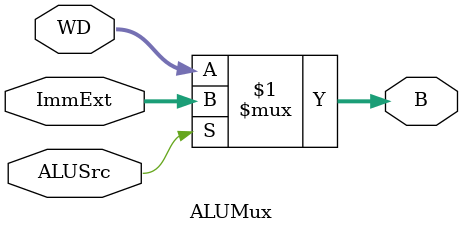
<source format=v>
module ALUMux (
		input wire [31:0]  WD, ImmExt,
		input wire	   ALUSrc,
		output wire [31:0] B
		);

   assign B = ALUSrc ? ImmExt : WD;

endmodule

</source>
